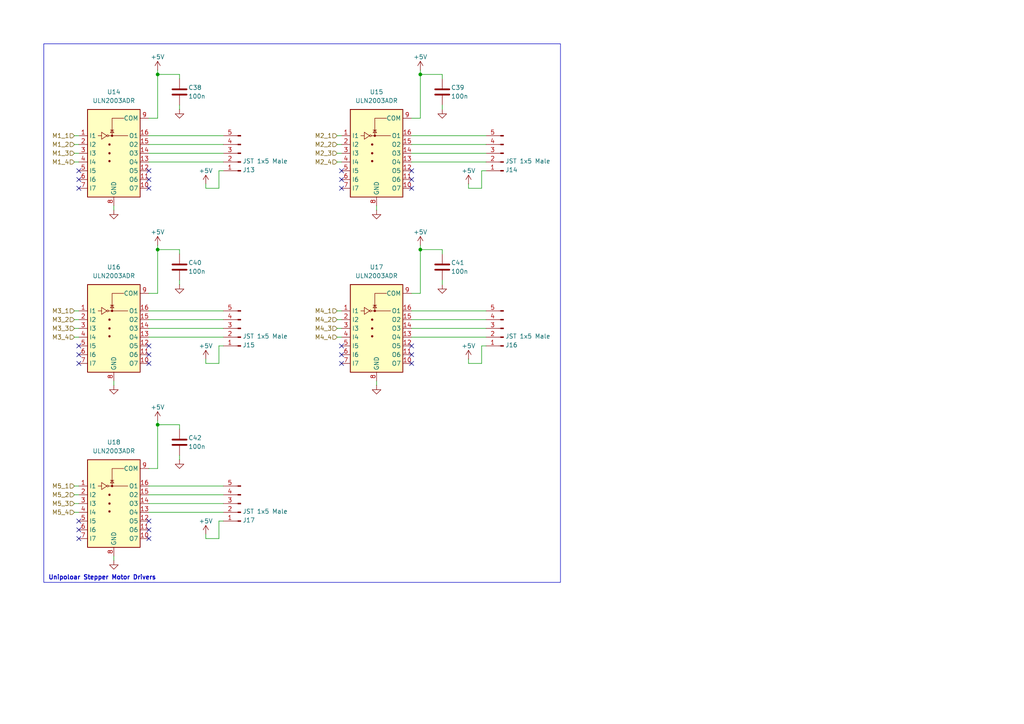
<source format=kicad_sch>
(kicad_sch (version 20231120) (generator "eeschema") (generator_version "8.0")
  (paper "A4")
  (title_block (title "Robotic Hand PCB") (rev "0.1.0") (company "Daniel Jeon"))
  (lib_symbols
    (symbol "Connector:Conn_01x05_Pin" (pin_names (offset 1.016) hide)
      (property "Reference" "J" (at 0 7.62 0))
      (property "Value" "Conn_01x05_Pin" (at 0 -7.62 0))
      (symbol "Conn_01x05_Pin_1_1"
        (polyline (pts (xy 1.27 -5.08) (xy 0.8636 -5.08)) (stroke (width 0.1524)))
        (polyline (pts (xy 1.27 -2.54) (xy 0.8636 -2.54)) (stroke (width 0.1524)))
        (polyline (pts (xy 1.27 0) (xy 0.8636 0)) (stroke (width 0.1524)))
        (polyline (pts (xy 1.27 2.54) (xy 0.8636 2.54)) (stroke (width 0.1524)))
        (polyline (pts (xy 1.27 5.08) (xy 0.8636 5.08)) (stroke (width 0.1524)))
        (rectangle (start 0.8636 -4.953) (end 0 -5.207) (stroke (width 0.1524)) (fill (type outline)))
        (rectangle (start 0.8636 -2.413) (end 0 -2.667) (stroke (width 0.1524)) (fill (type outline)))
        (rectangle (start 0.8636 0.127) (end 0 -0.127) (stroke (width 0.1524)) (fill (type outline)))
        (rectangle (start 0.8636 2.667) (end 0 2.413) (stroke (width 0.1524)) (fill (type outline)))
        (rectangle (start 0.8636 5.207) (end 0 4.953) (stroke (width 0.1524)) (fill (type outline)))
        (pin passive line (at 5.08 5.08 180) (length 3.81) (name "Pin_1") (number "1"))
        (pin passive line (at 5.08 2.54 180) (length 3.81) (name "Pin_2") (number "2"))
        (pin passive line (at 5.08 0 180) (length 3.81) (name "Pin_3") (number "3"))
        (pin passive line (at 5.08 -2.54 180) (length 3.81) (name "Pin_4") (number "4"))
        (pin passive line (at 5.08 -5.08 180) (length 3.81) (name "Pin_5") (number "5"))
      )
    )
    (symbol "Device:C" (pin_numbers hide) (pin_names (offset 0.254))
      (property "Reference" "C" (at 0.635 2.54 0))
      (property "Value" "C" (at 0.635 -2.54 0))
      (symbol "C_0_1"
        (polyline (pts (xy -2.032 -0.762) (xy 2.032 -0.762)) (stroke (width 0.508)))
        (polyline (pts (xy -2.032 0.762) (xy 2.032 0.762)) (stroke (width 0.508)))
      )
      (symbol "C_1_1"
        (pin passive line (at 0 3.81 270) (length 2.794) (name "~") (number "1"))
        (pin passive line (at 0 -3.81 90) (length 2.794) (name "~") (number "2"))
      )
    )
    (symbol "Transistor_Array:ULN2003A"
      (property "Reference" "U" (at 0 15.875 0))
      (property "Value" "ULN2003A" (at 0 13.97 0))
      (symbol "ULN2003A_0_1"
        (rectangle (start -7.62 -12.7) (end 7.62 12.7) (stroke (width 0.254)) (fill (type background)))
        (circle (center -1.778 5.08) (radius 0.254))
        (circle (center -1.27 -2.286) (radius 0.254) (fill (type outline)))
        (circle (center -1.27 0) (radius 0.254) (fill (type outline)))
        (circle (center -1.27 2.54) (radius 0.254) (fill (type outline)))
        (circle (center -0.508 5.08) (radius 0.254) (fill (type outline)))
        (polyline (pts (xy -4.572 5.08) (xy -3.556 5.08)))
        (polyline (pts (xy -1.524 5.08) (xy 4.064 5.08)))
        (polyline (pts (xy 0 6.731) (xy -1.016 6.731)))
        (polyline (pts (xy -0.508 5.08) (xy -0.508 10.16) (xy 2.921 10.16)))
        (polyline (pts (xy -3.556 6.096) (xy -3.556 4.064) (xy -2.032 5.08) (xy -3.556 6.096)))
        (polyline (pts (xy 0 5.969) (xy -1.016 5.969) (xy -0.508 6.731) (xy 0 5.969)))
      )
      (symbol "ULN2003A_1_1"
        (pin input line (at -10.16 5.08 0) (length 2.54) (name "I1") (number "1"))
        (pin open_collector line (at 10.16 -10.16 180) (length 2.54) (name "O7") (number "10"))
        (pin open_collector line (at 10.16 -7.62 180) (length 2.54) (name "O6") (number "11"))
        (pin open_collector line (at 10.16 -5.08 180) (length 2.54) (name "O5") (number "12"))
        (pin open_collector line (at 10.16 -2.54 180) (length 2.54) (name "O4") (number "13"))
        (pin open_collector line (at 10.16 0 180) (length 2.54) (name "O3") (number "14"))
        (pin open_collector line (at 10.16 2.54 180) (length 2.54) (name "O2") (number "15"))
        (pin open_collector line (at 10.16 5.08 180) (length 2.54) (name "O1") (number "16"))
        (pin input line (at -10.16 2.54 0) (length 2.54) (name "I2") (number "2"))
        (pin input line (at -10.16 0 0) (length 2.54) (name "I3") (number "3"))
        (pin input line (at -10.16 -2.54 0) (length 2.54) (name "I4") (number "4"))
        (pin input line (at -10.16 -5.08 0) (length 2.54) (name "I5") (number "5"))
        (pin input line (at -10.16 -7.62 0) (length 2.54) (name "I6") (number "6"))
        (pin input line (at -10.16 -10.16 0) (length 2.54) (name "I7") (number "7"))
        (pin power_in line (at 0 -15.24 90) (length 2.54) (name "GND") (number "8"))
        (pin passive line (at 10.16 10.16 180) (length 2.54) (name "COM") (number "9"))
      )
    )
    (symbol "power:+5V" (power) (pin_numbers hide) (pin_names (offset 0) hide)
      (property "Value" "+5V" (at 0 3.556 0))
      (symbol "+5V_0_1"
        (polyline (pts (xy -0.762 1.27) (xy 0 2.54)))
        (polyline (pts (xy 0 0) (xy 0 2.54)))
        (polyline (pts (xy 0 2.54) (xy 0.762 1.27)))
      )
      (symbol "+5V_1_1"
        (pin power_in line (at 0 0 90) (length 0) (name "~") (number "1"))
      )
    )
    (symbol "power:GND" (power) (pin_numbers hide) (pin_names (offset 0) hide)
      (property "Value" "GND" (at 0 -3.81 0))
      (symbol "GND_0_1"
        (polyline (pts (xy 0 0) (xy 0 -1.27) (xy 1.27 -1.27) (xy 0 -2.54) (xy -1.27 -1.27) (xy 0 -1.27)))
      )
      (symbol "GND_1_1"
        (pin power_in line (at 0 0 270) (length 0) (name "~") (number "1"))
      )
    )
  )
  (junction (at 121.92 72.39))
  (junction (at 45.72 72.39))
  (junction (at 45.72 123.19))
  (junction (at 121.92 21.59))
  (junction (at 45.72 21.59))
  (no_connect (at 119.38 54.61))
  (no_connect (at 43.18 52.07))
  (no_connect (at 43.18 54.61))
  (no_connect (at 119.38 52.07))
  (no_connect (at 99.06 49.53))
  (no_connect (at 43.18 102.87))
  (no_connect (at 119.38 102.87))
  (no_connect (at 119.38 49.53))
  (no_connect (at 22.86 156.21))
  (no_connect (at 22.86 54.61))
  (no_connect (at 43.18 151.13))
  (no_connect (at 43.18 105.41))
  (no_connect (at 99.06 102.87))
  (no_connect (at 22.86 102.87))
  (no_connect (at 99.06 100.33))
  (no_connect (at 22.86 153.67))
  (no_connect (at 119.38 100.33))
  (no_connect (at 43.18 156.21))
  (no_connect (at 22.86 151.13))
  (no_connect (at 22.86 105.41))
  (no_connect (at 43.18 49.53))
  (no_connect (at 99.06 105.41))
  (no_connect (at 119.38 105.41))
  (no_connect (at 43.18 153.67))
  (no_connect (at 22.86 52.07))
  (no_connect (at 22.86 100.33))
  (no_connect (at 99.06 52.07))
  (no_connect (at 99.06 54.61))
  (no_connect (at 22.86 49.53))
  (no_connect (at 43.18 100.33))
  (wire (pts (xy 139.7 100.33) (xy 139.7 105.41)))
  (wire (pts (xy 59.69 53.34) (xy 59.69 54.61)))
  (wire (pts (xy 64.77 39.37) (xy 43.18 39.37)))
  (wire (pts (xy 52.07 73.66) (xy 52.07 72.39)))
  (wire (pts (xy 21.59 46.99) (xy 22.86 46.99)))
  (wire (pts (xy 63.5 54.61) (xy 59.69 54.61)))
  (wire (pts (xy 52.07 124.46) (xy 52.07 123.19)))
  (wire (pts (xy 97.79 41.91) (xy 99.06 41.91)))
  (wire (pts (xy 45.72 123.19) (xy 52.07 123.19)))
  (wire (pts (xy 140.97 95.25) (xy 119.38 95.25)))
  (wire (pts (xy 128.27 22.86) (xy 128.27 21.59)))
  (wire (pts (xy 97.79 39.37) (xy 99.06 39.37)))
  (wire (pts (xy 43.18 135.89) (xy 45.72 135.89)))
  (wire (pts (xy 64.77 97.79) (xy 43.18 97.79)))
  (wire (pts (xy 128.27 82.55) (xy 128.27 81.28)))
  (wire (pts (xy 128.27 31.75) (xy 128.27 30.48)))
  (wire (pts (xy 21.59 95.25) (xy 22.86 95.25)))
  (wire (pts (xy 64.77 49.53) (xy 63.5 49.53)))
  (wire (pts (xy 121.92 21.59) (xy 128.27 21.59)))
  (wire (pts (xy 64.77 46.99) (xy 43.18 46.99)))
  (wire (pts (xy 140.97 92.71) (xy 119.38 92.71)))
  (wire (pts (xy 97.79 90.17) (xy 99.06 90.17)))
  (wire (pts (xy 45.72 21.59) (xy 45.72 34.29)))
  (wire (pts (xy 21.59 92.71) (xy 22.86 92.71)))
  (wire (pts (xy 109.22 111.76) (xy 109.22 110.49)))
  (wire (pts (xy 21.59 90.17) (xy 22.86 90.17)))
  (wire (pts (xy 140.97 100.33) (xy 139.7 100.33)))
  (wire (pts (xy 64.77 41.91) (xy 43.18 41.91)))
  (wire (pts (xy 64.77 143.51) (xy 43.18 143.51)))
  (wire (pts (xy 63.5 100.33) (xy 63.5 105.41)))
  (wire (pts (xy 121.92 20.32) (xy 121.92 21.59)))
  (wire (pts (xy 140.97 46.99) (xy 119.38 46.99)))
  (wire (pts (xy 64.77 146.05) (xy 43.18 146.05)))
  (wire (pts (xy 121.92 72.39) (xy 121.92 85.09)))
  (wire (pts (xy 97.79 92.71) (xy 99.06 92.71)))
  (wire (pts (xy 43.18 34.29) (xy 45.72 34.29)))
  (wire (pts (xy 97.79 95.25) (xy 99.06 95.25)))
  (wire (pts (xy 45.72 21.59) (xy 52.07 21.59)))
  (wire (pts (xy 97.79 97.79) (xy 99.06 97.79)))
  (wire (pts (xy 45.72 72.39) (xy 52.07 72.39)))
  (wire (pts (xy 119.38 34.29) (xy 121.92 34.29)))
  (wire (pts (xy 45.72 72.39) (xy 45.72 85.09)))
  (wire (pts (xy 121.92 72.39) (xy 128.27 72.39)))
  (wire (pts (xy 97.79 46.99) (xy 99.06 46.99)))
  (wire (pts (xy 21.59 146.05) (xy 22.86 146.05)))
  (wire (pts (xy 63.5 49.53) (xy 63.5 54.61)))
  (wire (pts (xy 63.5 151.13) (xy 63.5 156.21)))
  (wire (pts (xy 21.59 140.97) (xy 22.86 140.97)))
  (wire (pts (xy 33.02 111.76) (xy 33.02 110.49)))
  (wire (pts (xy 139.7 54.61) (xy 135.89 54.61)))
  (wire (pts (xy 45.72 20.32) (xy 45.72 21.59)))
  (wire (pts (xy 45.72 71.12) (xy 45.72 72.39)))
  (wire (pts (xy 63.5 105.41) (xy 59.69 105.41)))
  (wire (pts (xy 140.97 39.37) (xy 119.38 39.37)))
  (wire (pts (xy 21.59 41.91) (xy 22.86 41.91)))
  (wire (pts (xy 135.89 104.14) (xy 135.89 105.41)))
  (wire (pts (xy 119.38 85.09) (xy 121.92 85.09)))
  (wire (pts (xy 109.22 60.96) (xy 109.22 59.69)))
  (wire (pts (xy 52.07 31.75) (xy 52.07 30.48)))
  (wire (pts (xy 21.59 97.79) (xy 22.86 97.79)))
  (wire (pts (xy 33.02 60.96) (xy 33.02 59.69)))
  (wire (pts (xy 21.59 44.45) (xy 22.86 44.45)))
  (wire (pts (xy 21.59 143.51) (xy 22.86 143.51)))
  (wire (pts (xy 45.72 121.92) (xy 45.72 123.19)))
  (wire (pts (xy 52.07 82.55) (xy 52.07 81.28)))
  (wire (pts (xy 64.77 140.97) (xy 43.18 140.97)))
  (wire (pts (xy 43.18 85.09) (xy 45.72 85.09)))
  (wire (pts (xy 52.07 22.86) (xy 52.07 21.59)))
  (wire (pts (xy 97.79 44.45) (xy 99.06 44.45)))
  (wire (pts (xy 128.27 73.66) (xy 128.27 72.39)))
  (wire (pts (xy 140.97 44.45) (xy 119.38 44.45)))
  (wire (pts (xy 64.77 90.17) (xy 43.18 90.17)))
  (wire (pts (xy 64.77 92.71) (xy 43.18 92.71)))
  (wire (pts (xy 139.7 49.53) (xy 139.7 54.61)))
  (wire (pts (xy 139.7 105.41) (xy 135.89 105.41)))
  (wire (pts (xy 140.97 90.17) (xy 119.38 90.17)))
  (wire (pts (xy 121.92 21.59) (xy 121.92 34.29)))
  (wire (pts (xy 63.5 156.21) (xy 59.69 156.21)))
  (wire (pts (xy 140.97 41.91) (xy 119.38 41.91)))
  (wire (pts (xy 64.77 151.13) (xy 63.5 151.13)))
  (wire (pts (xy 45.72 123.19) (xy 45.72 135.89)))
  (wire (pts (xy 64.77 95.25) (xy 43.18 95.25)))
  (wire (pts (xy 21.59 39.37) (xy 22.86 39.37)))
  (wire (pts (xy 64.77 148.59) (xy 43.18 148.59)))
  (wire (pts (xy 140.97 97.79) (xy 119.38 97.79)))
  (wire (pts (xy 59.69 154.94) (xy 59.69 156.21)))
  (wire (pts (xy 140.97 49.53) (xy 139.7 49.53)))
  (wire (pts (xy 59.69 104.14) (xy 59.69 105.41)))
  (wire (pts (xy 121.92 71.12) (xy 121.92 72.39)))
  (wire (pts (xy 135.89 53.34) (xy 135.89 54.61)))
  (wire (pts (xy 21.59 148.59) (xy 22.86 148.59)))
  (wire (pts (xy 33.02 162.56) (xy 33.02 161.29)))
  (wire (pts (xy 64.77 100.33) (xy 63.5 100.33)))
  (wire (pts (xy 64.77 44.45) (xy 43.18 44.45)))
  (wire (pts (xy 52.07 133.35) (xy 52.07 132.08)))
  (rectangle (start 12.7 12.7) (end 162.56 168.91))
  (text "Unipoloar Stepper Motor Drivers" (at 13.97 166.878 0) (effects (font (size 1.27 1.27) (bold yes)) (justify left top)))
  (hierarchical_label "M4_4" (shape input) (at 97.79 97.79 180))
  (hierarchical_label "M3_3" (shape input) (at 21.59 95.25 180))
  (hierarchical_label "M3_1" (shape input) (at 21.59 90.17 180))
  (hierarchical_label "M2_3" (shape input) (at 97.79 44.45 180))
  (hierarchical_label "M1_1" (shape input) (at 21.59 39.37 180))
  (hierarchical_label "M1_3" (shape input) (at 21.59 44.45 180))
  (hierarchical_label "M5_1" (shape input) (at 21.59 140.97 180))
  (hierarchical_label "M5_3" (shape input) (at 21.59 146.05 180))
  (hierarchical_label "M4_2" (shape input) (at 97.79 92.71 180))
  (hierarchical_label "M3_2" (shape input) (at 21.59 92.71 180))
  (hierarchical_label "M4_1" (shape input) (at 97.79 90.17 180))
  (hierarchical_label "M1_4" (shape input) (at 21.59 46.99 180))
  (hierarchical_label "M2_1" (shape input) (at 97.79 39.37 180))
  (hierarchical_label "M3_4" (shape input) (at 21.59 97.79 180))
  (hierarchical_label "M2_2" (shape input) (at 97.79 41.91 180))
  (hierarchical_label "M5_4" (shape input) (at 21.59 148.59 180))
  (hierarchical_label "M2_4" (shape input) (at 97.79 46.99 180))
  (hierarchical_label "M5_2" (shape input) (at 21.59 143.51 180))
  (hierarchical_label "M1_2" (shape input) (at 21.59 41.91 180))
  (hierarchical_label "M4_3" (shape input) (at 97.79 95.25 180))
  (symbol (lib_id "power:GND") (at 33.02 111.76 0) (unit 1)
    (property "Reference" "#PWR0121" (effects (hide yes)))
    (property "Value" "GND" (effects (hide yes)))
    (property "Description" "Power symbol creates a global label with name \"GND\" , ground" (effects (hide yes)))
  )
  (symbol (lib_id "Transistor_Array:ULN2003A") (at 109.22 95.25 0) (unit 1)
    (property "Reference" "U17" (at 109.22 77.47 0))
    (property "Value" "ULN2003ADR" (at 109.22 80.01 0))
    (property "Footprint" "Package_SO:SOIC-16_3.9x9.9mm_P1.27mm" (effects (hide yes)))
    (property "Datasheet" "http://www.ti.com/lit/ds/symlink/uln2003a.pdf" (effects (hide yes)))
    (property "Description" "High Voltage, High Current Darlington Transistor Arrays, SOIC16/SOIC16W/DIP16/TSSOP16" (effects (hide yes)))
  )
  (symbol (lib_id "Device:C") (at 128.27 26.67 0) (unit 1)
    (property "Reference" "C39" (at 130.81 25.4 0) (effects (justify left)))
    (property "Value" "100n" (at 130.81 27.94 0) (effects (justify left)))
    (property "Footprint" "Capacitor_SMD:C_0603_1608Metric" (effects (hide yes)))
    (property "Description" "Unpolarized capacitor" (effects (hide yes)))
  )
  (symbol (lib_id "power:GND") (at 52.07 133.35 0) (unit 1)
    (property "Reference" "#PWR0124" (effects (hide yes)))
    (property "Value" "GND" (effects (hide yes)))
    (property "Description" "Power symbol creates a global label with name \"GND\" , ground" (effects (hide yes)))
  )
  (symbol (lib_id "Connector:Conn_01x05_Pin") (at 146.05 44.45 180) (unit 1)
    (property "Reference" "J14" (at 146.558 49.276 0) (effects (justify right)))
    (property "Value" "JST 1x5 Male" (at 146.558 46.736 0) (effects (justify right)))
    (property "Footprint" "Connector_PinHeader_2.54mm:PinHeader_1x05_P2.54mm_Vertical" (effects (hide yes)))
    (property "Description" "Generic connector, single row, 01x05, script generated" (effects (hide yes)))
  )
  (symbol (lib_id "Connector:Conn_01x05_Pin") (at 146.05 95.25 180) (unit 1)
    (property "Reference" "J16" (at 146.558 100.076 0) (effects (justify right)))
    (property "Value" "JST 1x5 Male" (at 146.558 97.536 0) (effects (justify right)))
    (property "Footprint" "Connector_PinHeader_2.54mm:PinHeader_1x05_P2.54mm_Vertical" (effects (hide yes)))
    (property "Description" "Generic connector, single row, 01x05, script generated" (effects (hide yes)))
  )
  (symbol (lib_id "power:+5V") (at 121.92 71.12 0) (unit 1)
    (property "Reference" "#PWR0116" (effects (hide yes)))
    (property "Value" "+5V" (at 121.92 67.31 0))
    (property "Description" "Power symbol creates a global label with name \"+5V\"" (effects (hide yes)))
  )
  (symbol (lib_id "Device:C") (at 52.07 77.47 0) (unit 1)
    (property "Reference" "C40" (at 54.61 76.2 0) (effects (justify left)))
    (property "Value" "100n" (at 54.61 78.74 0) (effects (justify left)))
    (property "Footprint" "Capacitor_SMD:C_0603_1608Metric" (effects (hide yes)))
    (property "Description" "Unpolarized capacitor" (effects (hide yes)))
  )
  (symbol (lib_id "power:+5V") (at 59.69 104.14 0) (unit 1)
    (property "Reference" "#PWR0119" (effects (hide yes)))
    (property "Value" "+5V" (at 59.69 100.33 0))
    (property "Description" "Power symbol creates a global label with name \"+5V\"" (effects (hide yes)))
  )
  (symbol (lib_id "Connector:Conn_01x05_Pin") (at 69.85 95.25 180) (unit 1)
    (property "Reference" "J15" (at 70.358 100.076 0) (effects (justify right)))
    (property "Value" "JST 1x5 Male" (at 70.358 97.536 0) (effects (justify right)))
    (property "Footprint" "Connector_PinHeader_2.54mm:PinHeader_1x05_P2.54mm_Vertical" (effects (hide yes)))
    (property "Description" "Generic connector, single row, 01x05, script generated" (effects (hide yes)))
  )
  (symbol (lib_id "power:GND") (at 109.22 60.96 0) (unit 1)
    (property "Reference" "#PWR0114" (effects (hide yes)))
    (property "Value" "GND" (effects (hide yes)))
    (property "Description" "Power symbol creates a global label with name \"GND\" , ground" (effects (hide yes)))
  )
  (symbol (lib_id "Transistor_Array:ULN2003A") (at 33.02 44.45 0) (unit 1)
    (property "Reference" "U14" (at 33.02 26.67 0))
    (property "Value" "ULN2003ADR" (at 33.02 29.21 0))
    (property "Footprint" "Package_SO:SOIC-16_3.9x9.9mm_P1.27mm" (effects (hide yes)))
    (property "Datasheet" "http://www.ti.com/lit/ds/symlink/uln2003a.pdf" (effects (hide yes)))
    (property "Description" "High Voltage, High Current Darlington Transistor Arrays, SOIC16/SOIC16W/DIP16/TSSOP16" (effects (hide yes)))
  )
  (symbol (lib_id "Transistor_Array:ULN2003A") (at 33.02 146.05 0) (unit 1)
    (property "Reference" "U18" (at 33.02 128.27 0))
    (property "Value" "ULN2003ADR" (at 33.02 130.81 0))
    (property "Footprint" "Package_SO:SOIC-16_3.9x9.9mm_P1.27mm" (effects (hide yes)))
    (property "Datasheet" "http://www.ti.com/lit/ds/symlink/uln2003a.pdf" (effects (hide yes)))
    (property "Description" "High Voltage, High Current Darlington Transistor Arrays, SOIC16/SOIC16W/DIP16/TSSOP16" (effects (hide yes)))
  )
  (symbol (lib_id "Connector:Conn_01x05_Pin") (at 69.85 44.45 180) (unit 1)
    (property "Reference" "J13" (at 70.358 49.276 0) (effects (justify right)))
    (property "Value" "JST 1x5 Male" (at 70.358 46.736 0) (effects (justify right)))
    (property "Footprint" "Connector_PinHeader_2.54mm:PinHeader_1x05_P2.54mm_Vertical" (effects (hide yes)))
    (property "Description" "Generic connector, single row, 01x05, script generated" (effects (hide yes)))
  )
  (symbol (lib_id "power:GND") (at 52.07 31.75 0) (unit 1)
    (property "Reference" "#PWR0109" (effects (hide yes)))
    (property "Value" "GND" (effects (hide yes)))
    (property "Description" "Power symbol creates a global label with name \"GND\" , ground" (effects (hide yes)))
  )
  (symbol (lib_id "Transistor_Array:ULN2003A") (at 33.02 95.25 0) (unit 1)
    (property "Reference" "U16" (at 33.02 77.47 0))
    (property "Value" "ULN2003ADR" (at 33.02 80.01 0))
    (property "Footprint" "Package_SO:SOIC-16_3.9x9.9mm_P1.27mm" (effects (hide yes)))
    (property "Datasheet" "http://www.ti.com/lit/ds/symlink/uln2003a.pdf" (effects (hide yes)))
    (property "Description" "High Voltage, High Current Darlington Transistor Arrays, SOIC16/SOIC16W/DIP16/TSSOP16" (effects (hide yes)))
  )
  (symbol (lib_id "power:+5V") (at 59.69 53.34 0) (unit 1)
    (property "Reference" "#PWR0111" (effects (hide yes)))
    (property "Value" "+5V" (at 59.69 49.53 0))
    (property "Description" "Power symbol creates a global label with name \"+5V\"" (effects (hide yes)))
  )
  (symbol (lib_id "power:GND") (at 33.02 60.96 0) (unit 1)
    (property "Reference" "#PWR0113" (effects (hide yes)))
    (property "Value" "GND" (effects (hide yes)))
    (property "Description" "Power symbol creates a global label with name \"GND\" , ground" (effects (hide yes)))
  )
  (symbol (lib_id "power:+5V") (at 45.72 121.92 0) (unit 1)
    (property "Reference" "#PWR0123" (effects (hide yes)))
    (property "Value" "+5V" (at 45.72 118.11 0))
    (property "Description" "Power symbol creates a global label with name \"+5V\"" (effects (hide yes)))
  )
  (symbol (lib_id "power:+5V") (at 45.72 71.12 0) (unit 1)
    (property "Reference" "#PWR0115" (effects (hide yes)))
    (property "Value" "+5V" (at 45.72 67.31 0))
    (property "Description" "Power symbol creates a global label with name \"+5V\"" (effects (hide yes)))
  )
  (symbol (lib_id "power:GND") (at 128.27 31.75 0) (unit 1)
    (property "Reference" "#PWR0110" (effects (hide yes)))
    (property "Value" "GND" (effects (hide yes)))
    (property "Description" "Power symbol creates a global label with name \"GND\" , ground" (effects (hide yes)))
  )
  (symbol (lib_id "power:GND") (at 109.22 111.76 0) (unit 1)
    (property "Reference" "#PWR0122" (effects (hide yes)))
    (property "Value" "GND" (effects (hide yes)))
    (property "Description" "Power symbol creates a global label with name \"GND\" , ground" (effects (hide yes)))
  )
  (symbol (lib_id "power:+5V") (at 121.92 20.32 0) (unit 1)
    (property "Reference" "#PWR0108" (effects (hide yes)))
    (property "Value" "+5V" (at 121.92 16.51 0))
    (property "Description" "Power symbol creates a global label with name \"+5V\"" (effects (hide yes)))
  )
  (symbol (lib_id "Device:C") (at 52.07 128.27 0) (unit 1)
    (property "Reference" "C42" (at 54.61 127 0) (effects (justify left)))
    (property "Value" "100n" (at 54.61 129.54 0) (effects (justify left)))
    (property "Footprint" "Capacitor_SMD:C_0603_1608Metric" (effects (hide yes)))
    (property "Description" "Unpolarized capacitor" (effects (hide yes)))
  )
  (symbol (lib_id "power:GND") (at 128.27 82.55 0) (unit 1)
    (property "Reference" "#PWR0118" (effects (hide yes)))
    (property "Value" "GND" (effects (hide yes)))
    (property "Description" "Power symbol creates a global label with name \"GND\" , ground" (effects (hide yes)))
  )
  (symbol (lib_id "Device:C") (at 128.27 77.47 0) (unit 1)
    (property "Reference" "C41" (at 130.81 76.2 0) (effects (justify left)))
    (property "Value" "100n" (at 130.81 78.74 0) (effects (justify left)))
    (property "Footprint" "Capacitor_SMD:C_0603_1608Metric" (effects (hide yes)))
    (property "Description" "Unpolarized capacitor" (effects (hide yes)))
  )
  (symbol (lib_id "power:+5V") (at 135.89 104.14 0) (unit 1)
    (property "Reference" "#PWR0120" (effects (hide yes)))
    (property "Value" "+5V" (at 135.89 100.33 0))
    (property "Description" "Power symbol creates a global label with name \"+5V\"" (effects (hide yes)))
  )
  (symbol (lib_id "power:+5V") (at 59.69 154.94 0) (unit 1)
    (property "Reference" "#PWR0125" (effects (hide yes)))
    (property "Value" "+5V" (at 59.69 151.13 0))
    (property "Description" "Power symbol creates a global label with name \"+5V\"" (effects (hide yes)))
  )
  (symbol (lib_id "power:GND") (at 52.07 82.55 0) (unit 1)
    (property "Reference" "#PWR0117" (effects (hide yes)))
    (property "Value" "GND" (effects (hide yes)))
    (property "Description" "Power symbol creates a global label with name \"GND\" , ground" (effects (hide yes)))
  )
  (symbol (lib_id "Connector:Conn_01x05_Pin") (at 69.85 146.05 180) (unit 1)
    (property "Reference" "J17" (at 70.358 150.876 0) (effects (justify right)))
    (property "Value" "JST 1x5 Male" (at 70.358 148.336 0) (effects (justify right)))
    (property "Footprint" "Connector_PinHeader_2.54mm:PinHeader_1x05_P2.54mm_Vertical" (effects (hide yes)))
    (property "Description" "Generic connector, single row, 01x05, script generated" (effects (hide yes)))
  )
  (symbol (lib_id "power:GND") (at 33.02 162.56 0) (unit 1)
    (property "Reference" "#PWR0126" (effects (hide yes)))
    (property "Value" "GND" (effects (hide yes)))
    (property "Description" "Power symbol creates a global label with name \"GND\" , ground" (effects (hide yes)))
  )
  (symbol (lib_id "Device:C") (at 52.07 26.67 0) (unit 1)
    (property "Reference" "C38" (at 54.61 25.4 0) (effects (justify left)))
    (property "Value" "100n" (at 54.61 27.94 0) (effects (justify left)))
    (property "Footprint" "Capacitor_SMD:C_0603_1608Metric" (effects (hide yes)))
    (property "Description" "Unpolarized capacitor" (effects (hide yes)))
  )
  (symbol (lib_id "Transistor_Array:ULN2003A") (at 109.22 44.45 0) (unit 1)
    (property "Reference" "U15" (at 109.22 26.67 0))
    (property "Value" "ULN2003ADR" (at 109.22 29.21 0))
    (property "Footprint" "Package_SO:SOIC-16_3.9x9.9mm_P1.27mm" (effects (hide yes)))
    (property "Datasheet" "http://www.ti.com/lit/ds/symlink/uln2003a.pdf" (effects (hide yes)))
    (property "Description" "High Voltage, High Current Darlington Transistor Arrays, SOIC16/SOIC16W/DIP16/TSSOP16" (effects (hide yes)))
  )
  (symbol (lib_id "power:+5V") (at 45.72 20.32 0) (unit 1)
    (property "Reference" "#PWR0107" (effects (hide yes)))
    (property "Value" "+5V" (at 45.72 16.51 0))
    (property "Description" "Power symbol creates a global label with name \"+5V\"" (effects (hide yes)))
  )
  (symbol (lib_id "power:+5V") (at 135.89 53.34 0) (unit 1)
    (property "Reference" "#PWR0112" (effects (hide yes)))
    (property "Value" "+5V" (at 135.89 49.53 0))
    (property "Description" "Power symbol creates a global label with name \"+5V\"" (effects (hide yes)))
  )
)
</source>
